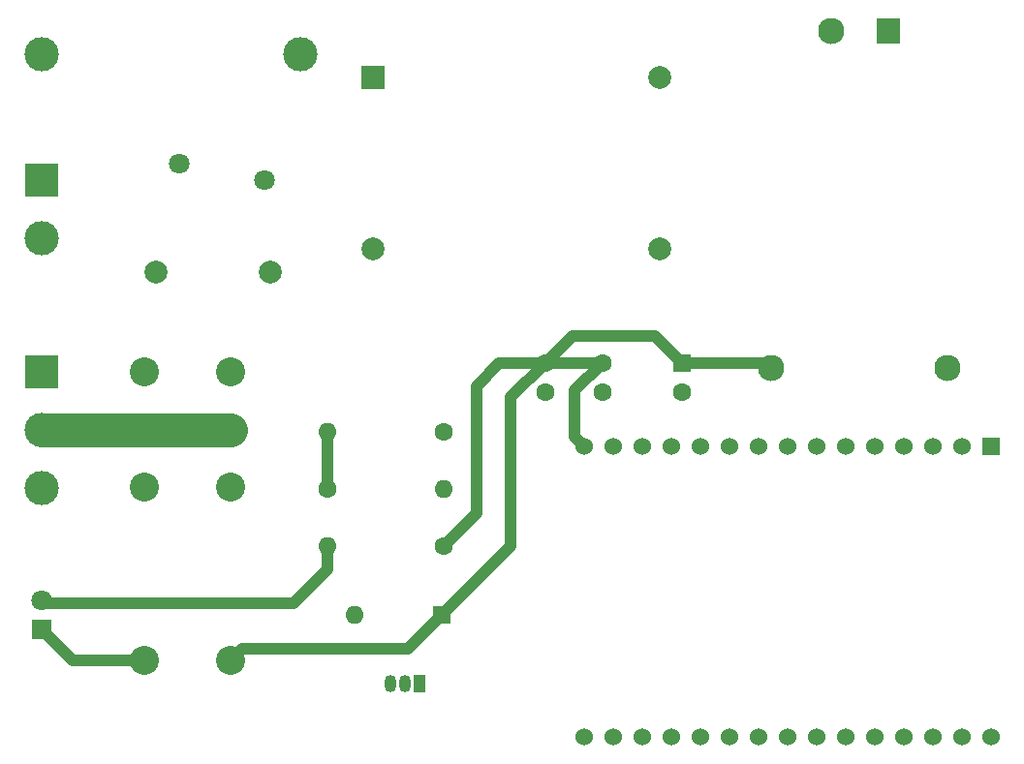
<source format=gtl>
G04 #@! TF.GenerationSoftware,KiCad,Pcbnew,(5.1.10)-1*
G04 #@! TF.CreationDate,2021-12-02T13:22:16+01:00*
G04 #@! TF.ProjectId,brama,6272616d-612e-46b6-9963-61645f706362,rev?*
G04 #@! TF.SameCoordinates,Original*
G04 #@! TF.FileFunction,Copper,L1,Top*
G04 #@! TF.FilePolarity,Positive*
%FSLAX46Y46*%
G04 Gerber Fmt 4.6, Leading zero omitted, Abs format (unit mm)*
G04 Created by KiCad (PCBNEW (5.1.10)-1) date 2021-12-02 13:22:16*
%MOMM*%
%LPD*%
G01*
G04 APERTURE LIST*
G04 #@! TA.AperFunction,ComponentPad*
%ADD10C,1.600000*%
G04 #@! TD*
G04 #@! TA.AperFunction,ComponentPad*
%ADD11C,3.000000*%
G04 #@! TD*
G04 #@! TA.AperFunction,ComponentPad*
%ADD12R,3.000000X3.000000*%
G04 #@! TD*
G04 #@! TA.AperFunction,ComponentPad*
%ADD13O,1.600000X1.600000*%
G04 #@! TD*
G04 #@! TA.AperFunction,ComponentPad*
%ADD14C,1.524000*%
G04 #@! TD*
G04 #@! TA.AperFunction,ComponentPad*
%ADD15R,1.524000X1.524000*%
G04 #@! TD*
G04 #@! TA.AperFunction,ComponentPad*
%ADD16R,1.050000X1.500000*%
G04 #@! TD*
G04 #@! TA.AperFunction,ComponentPad*
%ADD17O,1.050000X1.500000*%
G04 #@! TD*
G04 #@! TA.AperFunction,ComponentPad*
%ADD18C,2.300000*%
G04 #@! TD*
G04 #@! TA.AperFunction,ComponentPad*
%ADD19R,2.000000X2.300000*%
G04 #@! TD*
G04 #@! TA.AperFunction,ComponentPad*
%ADD20C,2.000000*%
G04 #@! TD*
G04 #@! TA.AperFunction,ComponentPad*
%ADD21R,2.000000X2.000000*%
G04 #@! TD*
G04 #@! TA.AperFunction,ComponentPad*
%ADD22C,2.540000*%
G04 #@! TD*
G04 #@! TA.AperFunction,ComponentPad*
%ADD23C,1.800000*%
G04 #@! TD*
G04 #@! TA.AperFunction,ComponentPad*
%ADD24R,1.600000X1.600000*%
G04 #@! TD*
G04 #@! TA.AperFunction,ComponentPad*
%ADD25R,1.800000X1.800000*%
G04 #@! TD*
G04 #@! TA.AperFunction,Conductor*
%ADD26C,1.000000*%
G04 #@! TD*
G04 #@! TA.AperFunction,Conductor*
%ADD27C,3.000000*%
G04 #@! TD*
G04 APERTURE END LIST*
D10*
X209000000Y-67500000D03*
X209000000Y-65000000D03*
X204000000Y-67500000D03*
X204000000Y-65000000D03*
D11*
X160000000Y-54080000D03*
D12*
X160000000Y-49000000D03*
D10*
X185000000Y-76000000D03*
D13*
X195160000Y-76000000D03*
X185000000Y-71000000D03*
D10*
X195160000Y-71000000D03*
D14*
X243000000Y-97700000D03*
X240460000Y-97700000D03*
X237920000Y-97700000D03*
X235380000Y-97700000D03*
X232840000Y-97700000D03*
X230300000Y-97700000D03*
X227760000Y-97700000D03*
X225220000Y-97700000D03*
X222680000Y-97700000D03*
X220140000Y-97700000D03*
X217600000Y-97700000D03*
X215060000Y-97700000D03*
X212520000Y-97700000D03*
X209980000Y-97700000D03*
X207440000Y-97700000D03*
X207440000Y-72300000D03*
X209980000Y-72300000D03*
X212520000Y-72300000D03*
X215060000Y-72300000D03*
X217600000Y-72300000D03*
X220140000Y-72300000D03*
X222680000Y-72300000D03*
X225220000Y-72300000D03*
X227760000Y-72300000D03*
X230300000Y-72300000D03*
X232840000Y-72300000D03*
X235380000Y-72300000D03*
X237920000Y-72300000D03*
X240460000Y-72300000D03*
D15*
X243000000Y-72300000D03*
D16*
X193000000Y-93000000D03*
D17*
X190460000Y-93000000D03*
X191730000Y-93000000D03*
D11*
X160000000Y-75910000D03*
X160000000Y-70830000D03*
D12*
X160000000Y-65750000D03*
D18*
X239200000Y-65400000D03*
D19*
X234000000Y-36000000D03*
D18*
X229000000Y-36000000D03*
X223800000Y-65400000D03*
D20*
X214000000Y-55000000D03*
X189000000Y-55000000D03*
X214000000Y-40000000D03*
D21*
X189000000Y-40000000D03*
D22*
X176560000Y-65800000D03*
X169000000Y-65800000D03*
X176560000Y-70840000D03*
X169000000Y-70840000D03*
X176560000Y-75880000D03*
X169000000Y-75880000D03*
X176560000Y-91000000D03*
X169000000Y-91000000D03*
D23*
X172000000Y-47600000D03*
X179500000Y-49000000D03*
D13*
X185000000Y-81000000D03*
D10*
X195160000Y-81000000D03*
D11*
X182600000Y-38000000D03*
X160000000Y-38000000D03*
D13*
X187380000Y-87000000D03*
D24*
X195000000Y-87000000D03*
D23*
X160000000Y-85710000D03*
D25*
X160000000Y-88250000D03*
D10*
X216000000Y-67500000D03*
D24*
X216000000Y-65000000D03*
D20*
X180000000Y-57000000D03*
X170000000Y-57000000D03*
D26*
X177150000Y-91060000D02*
X177210000Y-91000000D01*
X195000000Y-81160000D02*
X195160000Y-81000000D01*
X192000000Y-90000000D02*
X195000000Y-87000000D01*
X177560000Y-90000000D02*
X192000000Y-90000000D01*
X176560000Y-91000000D02*
X177560000Y-90000000D01*
X195160000Y-86840000D02*
X195000000Y-87000000D01*
X204000000Y-65000000D02*
X209000000Y-65000000D01*
X198000000Y-78160000D02*
X195160000Y-81000000D01*
X198000000Y-67000000D02*
X198000000Y-78160000D01*
X200000000Y-65000000D02*
X198000000Y-67000000D01*
X204000000Y-65000000D02*
X200000000Y-65000000D01*
X201000000Y-81000000D02*
X195000000Y-87000000D01*
X201000000Y-68000000D02*
X201000000Y-81000000D01*
X204000000Y-65000000D02*
X201000000Y-68000000D01*
X223400000Y-65000000D02*
X223800000Y-65400000D01*
X216000000Y-65000000D02*
X223400000Y-65000000D01*
X206400000Y-62600000D02*
X204000000Y-65000000D01*
X213600000Y-62600000D02*
X206400000Y-62600000D01*
X216000000Y-65000000D02*
X213600000Y-62600000D01*
X206600000Y-71460000D02*
X207440000Y-72300000D01*
X206600000Y-67400000D02*
X206600000Y-71460000D01*
X209000000Y-65000000D02*
X206600000Y-67400000D01*
X185000000Y-83000000D02*
X185000000Y-81000000D01*
X182000000Y-86000000D02*
X185000000Y-83000000D01*
X160290000Y-86000000D02*
X182000000Y-86000000D01*
X160000000Y-85710000D02*
X160290000Y-86000000D01*
X162750000Y-91000000D02*
X160000000Y-88250000D01*
X169000000Y-91000000D02*
X162750000Y-91000000D01*
X185000000Y-71000000D02*
X185000000Y-76000000D01*
D27*
X168990000Y-70830000D02*
X169000000Y-70840000D01*
X160000000Y-70830000D02*
X168990000Y-70830000D01*
X169000000Y-70840000D02*
X176560000Y-70840000D01*
M02*

</source>
